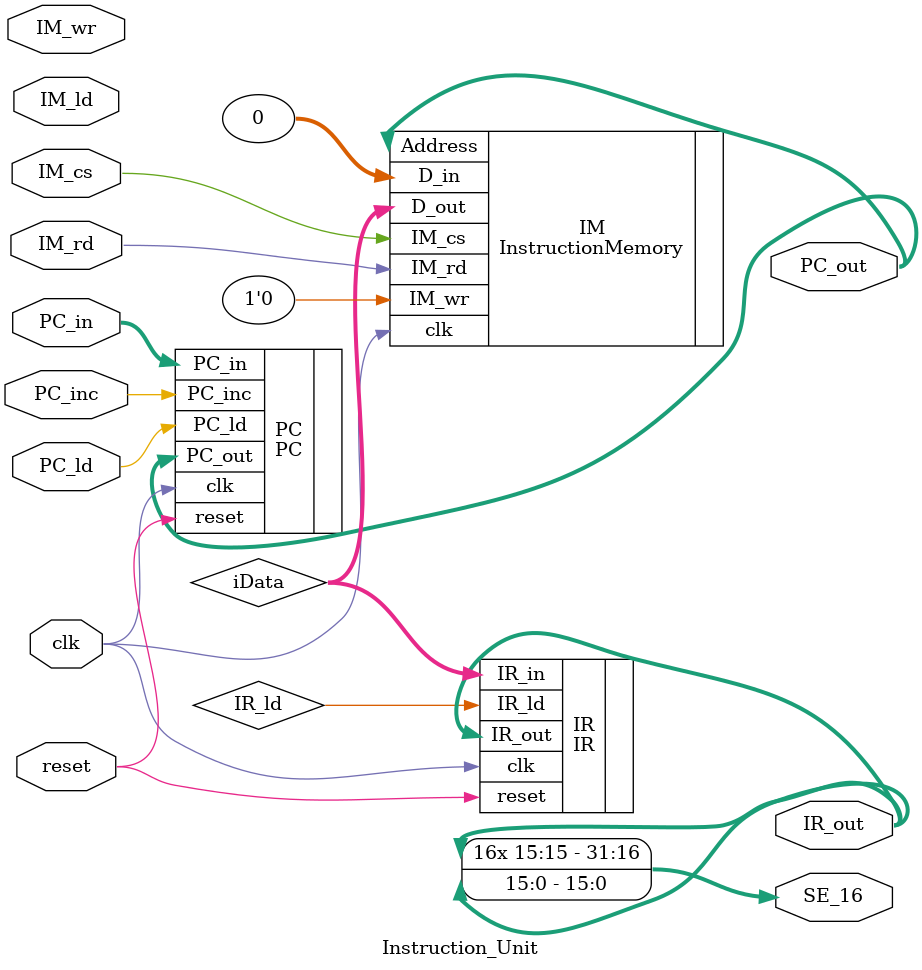
<source format=v>
`timescale 1ns / 1ps
/****************************** C E C S  4 4 0 ******************************
 * 
 * File Name:  Instruction_Unit.v
 * Project:    Lab_Assignment_5
 * Designer:   Joseph Almeida
 * Email:      Josephnalmeida@gmail.com
 * Rev. No.:   Version 1.0
 * Rev. Date:  October 11, 2018 
 *
 * Purpose: Datapath that stitches the register file and ALU together
 *				to allow data to come in from sources such as memory, I/O,
 *				or applicable IR fields
 *         
 * Notes:
 *
 ****************************************************************************/
module Instruction_Unit(
    input clk, reset, PC_ld, PC_inc, IM_cs, IM_wr, IM_rd, IM_ld,
    input  		 [31:0] PC_in,
    output 		 [31:0] SE_16,
    output wire [31:0] PC_out, IR_out
    );
	
	wire [31:0] iData;
	
	PC 						PC(.clk(clk), 
									.reset(reset), 
									.PC_in(PC_in), 
									.PC_ld(PC_ld), 
									.PC_inc(PC_inc), 
									.PC_out(PC_out));
	
	InstructionMemory 	IM(.clk(clk), 
									.Address(PC_out), 
									.D_in(32'h0), 
									.IM_cs(IM_cs), 
									.IM_wr(1'b0), 
									.IM_rd(IM_rd), 
									.D_out(iData));
	
	IR 						IR(.clk(clk), 
									.reset(reset), 
									.IR_in(iData), 
									.IR_ld(IR_ld), 
									.IR_out(IR_out));
	
	assign SE_16 = {{5'd16{IR_out[15]}},IR_out[15:0]};


endmodule

</source>
